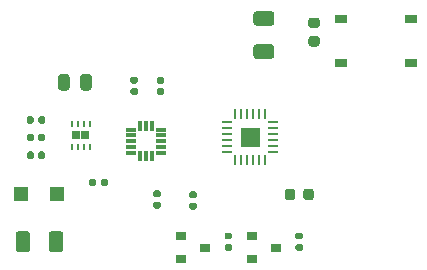
<source format=gbr>
%TF.GenerationSoftware,KiCad,Pcbnew,(5.1.6)-1*%
%TF.CreationDate,2020-10-18T09:30:19-05:00*%
%TF.ProjectId,TackleSensorPCB,5461636b-6c65-4536-956e-736f72504342,rev?*%
%TF.SameCoordinates,Original*%
%TF.FileFunction,Paste,Top*%
%TF.FilePolarity,Positive*%
%FSLAX46Y46*%
G04 Gerber Fmt 4.6, Leading zero omitted, Abs format (unit mm)*
G04 Created by KiCad (PCBNEW (5.1.6)-1) date 2020-10-18 09:30:19*
%MOMM*%
%LPD*%
G01*
G04 APERTURE LIST*
%ADD10C,0.010000*%
%ADD11R,0.304800X0.863600*%
%ADD12R,0.863600X0.304800*%
%ADD13R,0.270000X0.860000*%
%ADD14R,0.860000X0.270000*%
%ADD15R,0.650000X0.750000*%
%ADD16R,0.250000X0.500000*%
%ADD17R,1.000000X0.750000*%
%ADD18R,0.900000X0.800000*%
%ADD19R,1.250000X1.160000*%
G04 APERTURE END LIST*
D10*
%TO.C,U2*%
G36*
X118615000Y-70345000D02*
G01*
X118615000Y-71895000D01*
X117065000Y-71895000D01*
X117065000Y-70345000D01*
X118615000Y-70345000D01*
G37*
X118615000Y-70345000D02*
X118615000Y-71895000D01*
X117065000Y-71895000D01*
X117065000Y-70345000D01*
X118615000Y-70345000D01*
%TD*%
%TO.C,D1*%
G36*
G01*
X123506250Y-61900000D02*
X122993750Y-61900000D01*
G75*
G02*
X122775000Y-61681250I0J218750D01*
G01*
X122775000Y-61243750D01*
G75*
G02*
X122993750Y-61025000I218750J0D01*
G01*
X123506250Y-61025000D01*
G75*
G02*
X123725000Y-61243750I0J-218750D01*
G01*
X123725000Y-61681250D01*
G75*
G02*
X123506250Y-61900000I-218750J0D01*
G01*
G37*
G36*
G01*
X123506250Y-63475000D02*
X122993750Y-63475000D01*
G75*
G02*
X122775000Y-63256250I0J218750D01*
G01*
X122775000Y-62818750D01*
G75*
G02*
X122993750Y-62600000I218750J0D01*
G01*
X123506250Y-62600000D01*
G75*
G02*
X123725000Y-62818750I0J-218750D01*
G01*
X123725000Y-63256250D01*
G75*
G02*
X123506250Y-63475000I-218750J0D01*
G01*
G37*
%TD*%
D11*
%TO.C,U3*%
X108492000Y-70230000D03*
X109000000Y-70230000D03*
X109508000Y-70230000D03*
D12*
X110270000Y-70509400D03*
X110270000Y-70992000D03*
X110270000Y-71500000D03*
X110270000Y-72008000D03*
X110270000Y-72490600D03*
D11*
X109508000Y-72770000D03*
X109000000Y-72770000D03*
X108492000Y-72770000D03*
D12*
X107730000Y-72490600D03*
X107730000Y-72008000D03*
X107730000Y-71500000D03*
X107730000Y-70992000D03*
X107730000Y-70509400D03*
%TD*%
D13*
%TO.C,U2*%
X119090000Y-73055000D03*
X118590000Y-73055000D03*
X118090000Y-73055000D03*
X117590000Y-73055000D03*
X117090000Y-73055000D03*
X116590000Y-73055000D03*
X116590000Y-69185000D03*
X117090000Y-69185000D03*
X117590000Y-69185000D03*
X118090000Y-69185000D03*
X118590000Y-69185000D03*
X119090000Y-69185000D03*
D14*
X119775000Y-69870000D03*
X119775000Y-70370000D03*
X119775000Y-70870000D03*
X119775000Y-71370000D03*
X119775000Y-71870000D03*
X119775000Y-72370000D03*
X115905000Y-72370000D03*
X115905000Y-71870000D03*
X115905000Y-71370000D03*
X115905000Y-70870000D03*
X115905000Y-70370000D03*
X115905000Y-69870000D03*
%TD*%
D15*
%TO.C,U1*%
X103100000Y-71000000D03*
X103900000Y-71000000D03*
D16*
X103750000Y-70050000D03*
X104250000Y-70050000D03*
X104250000Y-71950000D03*
X103250000Y-71950000D03*
X102750000Y-71950000D03*
X102750000Y-70050000D03*
X103250000Y-70050000D03*
X103750000Y-71950000D03*
%TD*%
D17*
%TO.C,Test*%
X131500000Y-64875000D03*
X125500000Y-64875000D03*
X131500000Y-61125000D03*
X125500000Y-61125000D03*
%TD*%
%TO.C,R7*%
G36*
G01*
X121827500Y-80190000D02*
X122172500Y-80190000D01*
G75*
G02*
X122320000Y-80337500I0J-147500D01*
G01*
X122320000Y-80632500D01*
G75*
G02*
X122172500Y-80780000I-147500J0D01*
G01*
X121827500Y-80780000D01*
G75*
G02*
X121680000Y-80632500I0J147500D01*
G01*
X121680000Y-80337500D01*
G75*
G02*
X121827500Y-80190000I147500J0D01*
G01*
G37*
G36*
G01*
X121827500Y-79220000D02*
X122172500Y-79220000D01*
G75*
G02*
X122320000Y-79367500I0J-147500D01*
G01*
X122320000Y-79662500D01*
G75*
G02*
X122172500Y-79810000I-147500J0D01*
G01*
X121827500Y-79810000D01*
G75*
G02*
X121680000Y-79662500I0J147500D01*
G01*
X121680000Y-79367500D01*
G75*
G02*
X121827500Y-79220000I147500J0D01*
G01*
G37*
%TD*%
%TO.C,R6*%
G36*
G01*
X115827500Y-80190000D02*
X116172500Y-80190000D01*
G75*
G02*
X116320000Y-80337500I0J-147500D01*
G01*
X116320000Y-80632500D01*
G75*
G02*
X116172500Y-80780000I-147500J0D01*
G01*
X115827500Y-80780000D01*
G75*
G02*
X115680000Y-80632500I0J147500D01*
G01*
X115680000Y-80337500D01*
G75*
G02*
X115827500Y-80190000I147500J0D01*
G01*
G37*
G36*
G01*
X115827500Y-79220000D02*
X116172500Y-79220000D01*
G75*
G02*
X116320000Y-79367500I0J-147500D01*
G01*
X116320000Y-79662500D01*
G75*
G02*
X116172500Y-79810000I-147500J0D01*
G01*
X115827500Y-79810000D01*
G75*
G02*
X115680000Y-79662500I0J147500D01*
G01*
X115680000Y-79367500D01*
G75*
G02*
X115827500Y-79220000I147500J0D01*
G01*
G37*
%TD*%
%TO.C,R5*%
G36*
G01*
X121650000Y-75743750D02*
X121650000Y-76256250D01*
G75*
G02*
X121431250Y-76475000I-218750J0D01*
G01*
X120993750Y-76475000D01*
G75*
G02*
X120775000Y-76256250I0J218750D01*
G01*
X120775000Y-75743750D01*
G75*
G02*
X120993750Y-75525000I218750J0D01*
G01*
X121431250Y-75525000D01*
G75*
G02*
X121650000Y-75743750I0J-218750D01*
G01*
G37*
G36*
G01*
X123225000Y-75743750D02*
X123225000Y-76256250D01*
G75*
G02*
X123006250Y-76475000I-218750J0D01*
G01*
X122568750Y-76475000D01*
G75*
G02*
X122350000Y-76256250I0J218750D01*
G01*
X122350000Y-75743750D01*
G75*
G02*
X122568750Y-75525000I218750J0D01*
G01*
X123006250Y-75525000D01*
G75*
G02*
X123225000Y-75743750I0J-218750D01*
G01*
G37*
%TD*%
%TO.C,R4*%
G36*
G01*
X119625000Y-61725000D02*
X118375000Y-61725000D01*
G75*
G02*
X118125000Y-61475000I0J250000D01*
G01*
X118125000Y-60725000D01*
G75*
G02*
X118375000Y-60475000I250000J0D01*
G01*
X119625000Y-60475000D01*
G75*
G02*
X119875000Y-60725000I0J-250000D01*
G01*
X119875000Y-61475000D01*
G75*
G02*
X119625000Y-61725000I-250000J0D01*
G01*
G37*
G36*
G01*
X119625000Y-64525000D02*
X118375000Y-64525000D01*
G75*
G02*
X118125000Y-64275000I0J250000D01*
G01*
X118125000Y-63525000D01*
G75*
G02*
X118375000Y-63275000I250000J0D01*
G01*
X119625000Y-63275000D01*
G75*
G02*
X119875000Y-63525000I0J-250000D01*
G01*
X119875000Y-64275000D01*
G75*
G02*
X119625000Y-64525000I-250000J0D01*
G01*
G37*
%TD*%
%TO.C,R3*%
G36*
G01*
X107857500Y-67000000D02*
X108202500Y-67000000D01*
G75*
G02*
X108350000Y-67147500I0J-147500D01*
G01*
X108350000Y-67442500D01*
G75*
G02*
X108202500Y-67590000I-147500J0D01*
G01*
X107857500Y-67590000D01*
G75*
G02*
X107710000Y-67442500I0J147500D01*
G01*
X107710000Y-67147500D01*
G75*
G02*
X107857500Y-67000000I147500J0D01*
G01*
G37*
G36*
G01*
X107857500Y-66030000D02*
X108202500Y-66030000D01*
G75*
G02*
X108350000Y-66177500I0J-147500D01*
G01*
X108350000Y-66472500D01*
G75*
G02*
X108202500Y-66620000I-147500J0D01*
G01*
X107857500Y-66620000D01*
G75*
G02*
X107710000Y-66472500I0J147500D01*
G01*
X107710000Y-66177500D01*
G75*
G02*
X107857500Y-66030000I147500J0D01*
G01*
G37*
%TD*%
%TO.C,R2*%
G36*
G01*
X110142500Y-76240000D02*
X109797500Y-76240000D01*
G75*
G02*
X109650000Y-76092500I0J147500D01*
G01*
X109650000Y-75797500D01*
G75*
G02*
X109797500Y-75650000I147500J0D01*
G01*
X110142500Y-75650000D01*
G75*
G02*
X110290000Y-75797500I0J-147500D01*
G01*
X110290000Y-76092500D01*
G75*
G02*
X110142500Y-76240000I-147500J0D01*
G01*
G37*
G36*
G01*
X110142500Y-77210000D02*
X109797500Y-77210000D01*
G75*
G02*
X109650000Y-77062500I0J147500D01*
G01*
X109650000Y-76767500D01*
G75*
G02*
X109797500Y-76620000I147500J0D01*
G01*
X110142500Y-76620000D01*
G75*
G02*
X110290000Y-76767500I0J-147500D01*
G01*
X110290000Y-77062500D01*
G75*
G02*
X110142500Y-77210000I-147500J0D01*
G01*
G37*
%TD*%
%TO.C,R1*%
G36*
G01*
X113172500Y-76310000D02*
X112827500Y-76310000D01*
G75*
G02*
X112680000Y-76162500I0J147500D01*
G01*
X112680000Y-75867500D01*
G75*
G02*
X112827500Y-75720000I147500J0D01*
G01*
X113172500Y-75720000D01*
G75*
G02*
X113320000Y-75867500I0J-147500D01*
G01*
X113320000Y-76162500D01*
G75*
G02*
X113172500Y-76310000I-147500J0D01*
G01*
G37*
G36*
G01*
X113172500Y-77280000D02*
X112827500Y-77280000D01*
G75*
G02*
X112680000Y-77132500I0J147500D01*
G01*
X112680000Y-76837500D01*
G75*
G02*
X112827500Y-76690000I147500J0D01*
G01*
X113172500Y-76690000D01*
G75*
G02*
X113320000Y-76837500I0J-147500D01*
G01*
X113320000Y-77132500D01*
G75*
G02*
X113172500Y-77280000I-147500J0D01*
G01*
G37*
%TD*%
D18*
%TO.C,Q2*%
X120000000Y-80500000D03*
X118000000Y-81450000D03*
X118000000Y-79550000D03*
%TD*%
%TO.C,Q1*%
X114000000Y-80500000D03*
X112000000Y-81450000D03*
X112000000Y-79550000D03*
%TD*%
%TO.C,L1*%
G36*
G01*
X102550000Y-66043750D02*
X102550000Y-66956250D01*
G75*
G02*
X102306250Y-67200000I-243750J0D01*
G01*
X101818750Y-67200000D01*
G75*
G02*
X101575000Y-66956250I0J243750D01*
G01*
X101575000Y-66043750D01*
G75*
G02*
X101818750Y-65800000I243750J0D01*
G01*
X102306250Y-65800000D01*
G75*
G02*
X102550000Y-66043750I0J-243750D01*
G01*
G37*
G36*
G01*
X104425000Y-66043750D02*
X104425000Y-66956250D01*
G75*
G02*
X104181250Y-67200000I-243750J0D01*
G01*
X103693750Y-67200000D01*
G75*
G02*
X103450000Y-66956250I0J243750D01*
G01*
X103450000Y-66043750D01*
G75*
G02*
X103693750Y-65800000I243750J0D01*
G01*
X104181250Y-65800000D01*
G75*
G02*
X104425000Y-66043750I0J-243750D01*
G01*
G37*
%TD*%
%TO.C,F1*%
G36*
G01*
X100775000Y-80625000D02*
X100775000Y-79375000D01*
G75*
G02*
X101025000Y-79125000I250000J0D01*
G01*
X101775000Y-79125000D01*
G75*
G02*
X102025000Y-79375000I0J-250000D01*
G01*
X102025000Y-80625000D01*
G75*
G02*
X101775000Y-80875000I-250000J0D01*
G01*
X101025000Y-80875000D01*
G75*
G02*
X100775000Y-80625000I0J250000D01*
G01*
G37*
G36*
G01*
X97975000Y-80625000D02*
X97975000Y-79375000D01*
G75*
G02*
X98225000Y-79125000I250000J0D01*
G01*
X98975000Y-79125000D01*
G75*
G02*
X99225000Y-79375000I0J-250000D01*
G01*
X99225000Y-80625000D01*
G75*
G02*
X98975000Y-80875000I-250000J0D01*
G01*
X98225000Y-80875000D01*
G75*
G02*
X97975000Y-80625000I0J250000D01*
G01*
G37*
%TD*%
D19*
%TO.C,D2*%
X98470000Y-76000000D03*
X101530000Y-76000000D03*
%TD*%
%TO.C,C5*%
G36*
G01*
X110422500Y-66620000D02*
X110077500Y-66620000D01*
G75*
G02*
X109930000Y-66472500I0J147500D01*
G01*
X109930000Y-66177500D01*
G75*
G02*
X110077500Y-66030000I147500J0D01*
G01*
X110422500Y-66030000D01*
G75*
G02*
X110570000Y-66177500I0J-147500D01*
G01*
X110570000Y-66472500D01*
G75*
G02*
X110422500Y-66620000I-147500J0D01*
G01*
G37*
G36*
G01*
X110422500Y-67590000D02*
X110077500Y-67590000D01*
G75*
G02*
X109930000Y-67442500I0J147500D01*
G01*
X109930000Y-67147500D01*
G75*
G02*
X110077500Y-67000000I147500J0D01*
G01*
X110422500Y-67000000D01*
G75*
G02*
X110570000Y-67147500I0J-147500D01*
G01*
X110570000Y-67442500D01*
G75*
G02*
X110422500Y-67590000I-147500J0D01*
G01*
G37*
%TD*%
%TO.C,C4*%
G36*
G01*
X99520000Y-72507500D02*
X99520000Y-72852500D01*
G75*
G02*
X99372500Y-73000000I-147500J0D01*
G01*
X99077500Y-73000000D01*
G75*
G02*
X98930000Y-72852500I0J147500D01*
G01*
X98930000Y-72507500D01*
G75*
G02*
X99077500Y-72360000I147500J0D01*
G01*
X99372500Y-72360000D01*
G75*
G02*
X99520000Y-72507500I0J-147500D01*
G01*
G37*
G36*
G01*
X100490000Y-72507500D02*
X100490000Y-72852500D01*
G75*
G02*
X100342500Y-73000000I-147500J0D01*
G01*
X100047500Y-73000000D01*
G75*
G02*
X99900000Y-72852500I0J147500D01*
G01*
X99900000Y-72507500D01*
G75*
G02*
X100047500Y-72360000I147500J0D01*
G01*
X100342500Y-72360000D01*
G75*
G02*
X100490000Y-72507500I0J-147500D01*
G01*
G37*
%TD*%
%TO.C,C3*%
G36*
G01*
X99520000Y-71007500D02*
X99520000Y-71352500D01*
G75*
G02*
X99372500Y-71500000I-147500J0D01*
G01*
X99077500Y-71500000D01*
G75*
G02*
X98930000Y-71352500I0J147500D01*
G01*
X98930000Y-71007500D01*
G75*
G02*
X99077500Y-70860000I147500J0D01*
G01*
X99372500Y-70860000D01*
G75*
G02*
X99520000Y-71007500I0J-147500D01*
G01*
G37*
G36*
G01*
X100490000Y-71007500D02*
X100490000Y-71352500D01*
G75*
G02*
X100342500Y-71500000I-147500J0D01*
G01*
X100047500Y-71500000D01*
G75*
G02*
X99900000Y-71352500I0J147500D01*
G01*
X99900000Y-71007500D01*
G75*
G02*
X100047500Y-70860000I147500J0D01*
G01*
X100342500Y-70860000D01*
G75*
G02*
X100490000Y-71007500I0J-147500D01*
G01*
G37*
%TD*%
%TO.C,C2*%
G36*
G01*
X99520000Y-69507500D02*
X99520000Y-69852500D01*
G75*
G02*
X99372500Y-70000000I-147500J0D01*
G01*
X99077500Y-70000000D01*
G75*
G02*
X98930000Y-69852500I0J147500D01*
G01*
X98930000Y-69507500D01*
G75*
G02*
X99077500Y-69360000I147500J0D01*
G01*
X99372500Y-69360000D01*
G75*
G02*
X99520000Y-69507500I0J-147500D01*
G01*
G37*
G36*
G01*
X100490000Y-69507500D02*
X100490000Y-69852500D01*
G75*
G02*
X100342500Y-70000000I-147500J0D01*
G01*
X100047500Y-70000000D01*
G75*
G02*
X99900000Y-69852500I0J147500D01*
G01*
X99900000Y-69507500D01*
G75*
G02*
X100047500Y-69360000I147500J0D01*
G01*
X100342500Y-69360000D01*
G75*
G02*
X100490000Y-69507500I0J-147500D01*
G01*
G37*
%TD*%
%TO.C,C1*%
G36*
G01*
X105190000Y-75172500D02*
X105190000Y-74827500D01*
G75*
G02*
X105337500Y-74680000I147500J0D01*
G01*
X105632500Y-74680000D01*
G75*
G02*
X105780000Y-74827500I0J-147500D01*
G01*
X105780000Y-75172500D01*
G75*
G02*
X105632500Y-75320000I-147500J0D01*
G01*
X105337500Y-75320000D01*
G75*
G02*
X105190000Y-75172500I0J147500D01*
G01*
G37*
G36*
G01*
X104220000Y-75172500D02*
X104220000Y-74827500D01*
G75*
G02*
X104367500Y-74680000I147500J0D01*
G01*
X104662500Y-74680000D01*
G75*
G02*
X104810000Y-74827500I0J-147500D01*
G01*
X104810000Y-75172500D01*
G75*
G02*
X104662500Y-75320000I-147500J0D01*
G01*
X104367500Y-75320000D01*
G75*
G02*
X104220000Y-75172500I0J147500D01*
G01*
G37*
%TD*%
M02*

</source>
